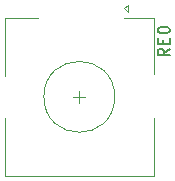
<source format=gbr>
%TF.GenerationSoftware,KiCad,Pcbnew,(6.0.5)*%
%TF.CreationDate,2022-06-26T21:14:40+09:00*%
%TF.ProjectId,dynamis,64796e61-6d69-4732-9e6b-696361645f70,rev?*%
%TF.SameCoordinates,Original*%
%TF.FileFunction,Legend,Top*%
%TF.FilePolarity,Positive*%
%FSLAX46Y46*%
G04 Gerber Fmt 4.6, Leading zero omitted, Abs format (unit mm)*
G04 Created by KiCad (PCBNEW (6.0.5)) date 2022-06-26 21:14:40*
%MOMM*%
%LPD*%
G01*
G04 APERTURE LIST*
%ADD10C,0.150000*%
%ADD11C,0.120000*%
G04 APERTURE END LIST*
D10*
%TO.C,RE0*%
X461698070Y-206146846D02*
X461221880Y-206480179D01*
X461698070Y-206718275D02*
X460698070Y-206718275D01*
X460698070Y-206337322D01*
X460745690Y-206242084D01*
X460793309Y-206194465D01*
X460888547Y-206146846D01*
X461031404Y-206146846D01*
X461126642Y-206194465D01*
X461174261Y-206242084D01*
X461221880Y-206337322D01*
X461221880Y-206718275D01*
X461174261Y-205718275D02*
X461174261Y-205384941D01*
X461698070Y-205242084D02*
X461698070Y-205718275D01*
X460698070Y-205718275D01*
X460698070Y-205242084D01*
X460698070Y-204623037D02*
X460698070Y-204527799D01*
X460745690Y-204432560D01*
X460793309Y-204384941D01*
X460888547Y-204337322D01*
X461079023Y-204289703D01*
X461317118Y-204289703D01*
X461507594Y-204337322D01*
X461602832Y-204384941D01*
X461650451Y-204432560D01*
X461698070Y-204527799D01*
X461698070Y-204623037D01*
X461650451Y-204718275D01*
X461602832Y-204765894D01*
X461507594Y-204813513D01*
X461317118Y-204861132D01*
X461079023Y-204861132D01*
X460888547Y-204813513D01*
X460793309Y-204765894D01*
X460745690Y-204718275D01*
X460698070Y-204623037D01*
D11*
X447745690Y-216927799D02*
X447745690Y-212027799D01*
X457845690Y-202727799D02*
X458145690Y-202427799D01*
X460345690Y-212027799D02*
X460345690Y-216927799D01*
X447745690Y-203527799D02*
X450545690Y-203527799D01*
X458145690Y-203027799D02*
X457845690Y-202727799D01*
X460345690Y-203527799D02*
X457845690Y-203527799D01*
X454545690Y-210227799D02*
X453545690Y-210227799D01*
X454045690Y-209727799D02*
X454045690Y-210727799D01*
X447745690Y-208427799D02*
X447745690Y-203527799D01*
X458145690Y-202427799D02*
X458145690Y-203027799D01*
X460345690Y-216927799D02*
X447745690Y-216927799D01*
X460345690Y-208327799D02*
X460345690Y-203527799D01*
X457045690Y-210227799D02*
G75*
G03*
X457045690Y-210227799I-3000000J0D01*
G01*
%TD*%
M02*

</source>
